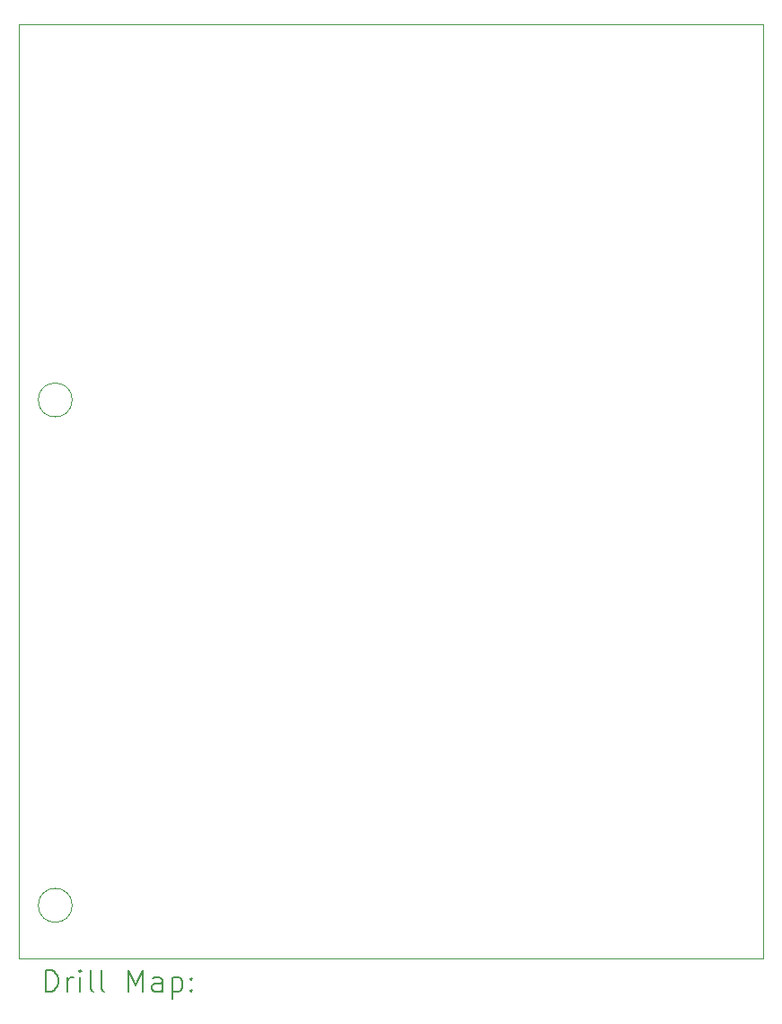
<source format=gbr>
%FSLAX45Y45*%
G04 Gerber Fmt 4.5, Leading zero omitted, Abs format (unit mm)*
G04 Created by KiCad (PCBNEW (6.0.0)) date 2022-11-09 00:29:20*
%MOMM*%
%LPD*%
G01*
G04 APERTURE LIST*
%TA.AperFunction,Profile*%
%ADD10C,0.100000*%
%TD*%
%ADD11C,0.200000*%
G04 APERTURE END LIST*
D10*
X18669000Y-14625000D02*
X18669000Y-5825000D01*
X11651000Y-5825000D02*
X11651000Y-14625000D01*
X12151000Y-14128333D02*
G75*
G03*
X12151000Y-14128333I-160000J0D01*
G01*
X11651000Y-14625000D02*
X18669000Y-14625000D01*
X12151000Y-9365000D02*
G75*
G03*
X12151000Y-9365000I-160000J0D01*
G01*
X11651000Y-5825000D02*
X18669000Y-5825000D01*
D11*
X11903619Y-14940476D02*
X11903619Y-14740476D01*
X11951238Y-14740476D01*
X11979809Y-14750000D01*
X11998857Y-14769048D01*
X12008381Y-14788095D01*
X12017905Y-14826190D01*
X12017905Y-14854762D01*
X12008381Y-14892857D01*
X11998857Y-14911905D01*
X11979809Y-14930952D01*
X11951238Y-14940476D01*
X11903619Y-14940476D01*
X12103619Y-14940476D02*
X12103619Y-14807143D01*
X12103619Y-14845238D02*
X12113143Y-14826190D01*
X12122667Y-14816667D01*
X12141714Y-14807143D01*
X12160762Y-14807143D01*
X12227428Y-14940476D02*
X12227428Y-14807143D01*
X12227428Y-14740476D02*
X12217905Y-14750000D01*
X12227428Y-14759524D01*
X12236952Y-14750000D01*
X12227428Y-14740476D01*
X12227428Y-14759524D01*
X12351238Y-14940476D02*
X12332190Y-14930952D01*
X12322667Y-14911905D01*
X12322667Y-14740476D01*
X12456000Y-14940476D02*
X12436952Y-14930952D01*
X12427428Y-14911905D01*
X12427428Y-14740476D01*
X12684571Y-14940476D02*
X12684571Y-14740476D01*
X12751238Y-14883333D01*
X12817905Y-14740476D01*
X12817905Y-14940476D01*
X12998857Y-14940476D02*
X12998857Y-14835714D01*
X12989333Y-14816667D01*
X12970286Y-14807143D01*
X12932190Y-14807143D01*
X12913143Y-14816667D01*
X12998857Y-14930952D02*
X12979809Y-14940476D01*
X12932190Y-14940476D01*
X12913143Y-14930952D01*
X12903619Y-14911905D01*
X12903619Y-14892857D01*
X12913143Y-14873809D01*
X12932190Y-14864286D01*
X12979809Y-14864286D01*
X12998857Y-14854762D01*
X13094095Y-14807143D02*
X13094095Y-15007143D01*
X13094095Y-14816667D02*
X13113143Y-14807143D01*
X13151238Y-14807143D01*
X13170286Y-14816667D01*
X13179809Y-14826190D01*
X13189333Y-14845238D01*
X13189333Y-14902381D01*
X13179809Y-14921428D01*
X13170286Y-14930952D01*
X13151238Y-14940476D01*
X13113143Y-14940476D01*
X13094095Y-14930952D01*
X13275048Y-14921428D02*
X13284571Y-14930952D01*
X13275048Y-14940476D01*
X13265524Y-14930952D01*
X13275048Y-14921428D01*
X13275048Y-14940476D01*
X13275048Y-14816667D02*
X13284571Y-14826190D01*
X13275048Y-14835714D01*
X13265524Y-14826190D01*
X13275048Y-14816667D01*
X13275048Y-14835714D01*
M02*

</source>
